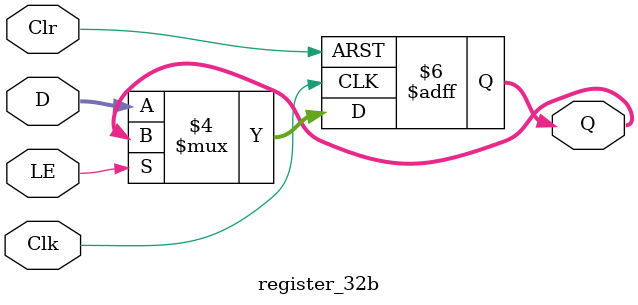
<source format=v>
module register_32b(output reg [31:0] Q, input LE, Clk, Clr, input [31:0] D);
	always @(posedge Clk, negedge Clr)
		if(!Clr) Q <= 32'h00000000;
		else if(!LE) Q <= D;
endmodule
</source>
